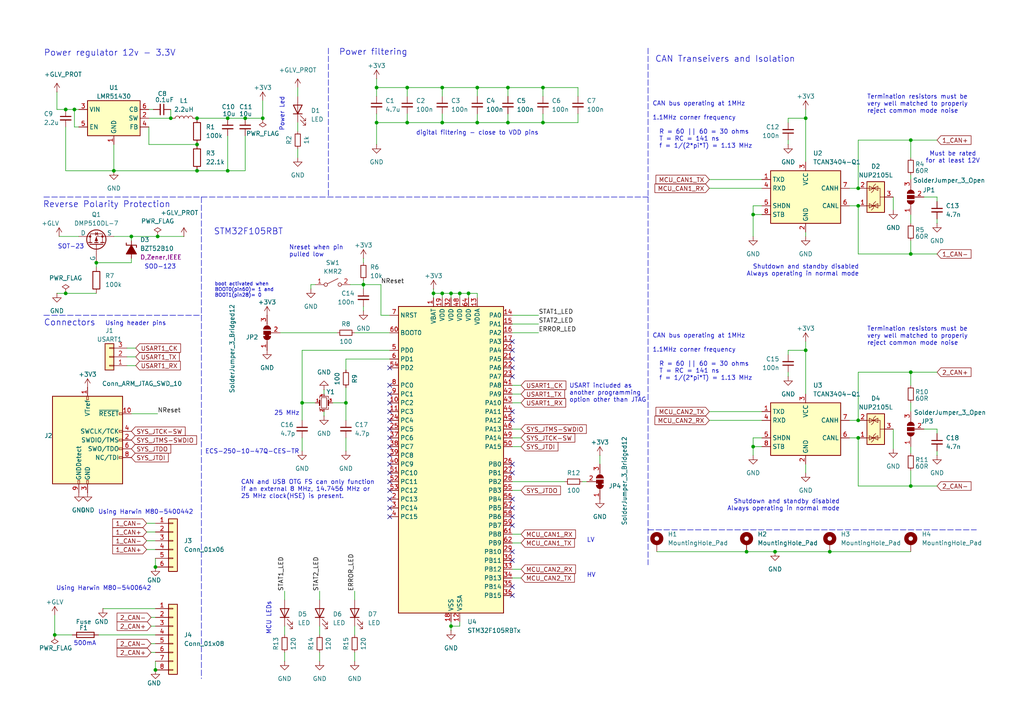
<source format=kicad_sch>
(kicad_sch (version 20250114) (generator "eeschema") (generator_version "9.0")
  (paper "A4")
  (title_block (title "CAN-Repeater") (date "2025-11-06") (rev "1.1.0") (company "SUFST") (comment 1 "STAG12") (comment 2 "Adam Eastman") (comment 3 "Ray Wang & Annabel Owen"))
  (text "Using header pins" (at 30.48 94.615 0) (effects (font (size 1.27 1.27)) (justify left bottom)))
  (text "Shutdown and standby disabled\nAlways operating in normal mode" (at 249.174 80.264 0) (effects (font (size 1.27 1.27)) (justify right bottom)))
  (text "MCU LEDs" (at 78.74 184.15 90) (effects (font (size 1.27 1.27)) (justify left bottom)))
  (text "SOT-23" (at 20.574 71.628 0) (effects (font (size 1.27 1.27))))
  (text "ECS-250-10-47Q-CES-TR" (at 73.152 131.064 0) (effects (font (size 1.27 1.27))))
  (text "Termination resistors must be \nvery well matched to properly \nreject common mode noise" (at 251.46 33.02 0) (effects (font (size 1.27 1.27)) (justify left bottom)))
  (text "boot activated when\nBOOT0(pin60)= 1 and \nBOOT1(pin28)= 0" (at 62.23 86.36 0) (effects (font (size 1.016 1.016)) (justify left bottom)))
  (text "Termination resistors must be \nvery well matched to properly \nreject common mode noise" (at 251.46 100.33 0) (effects (font (size 1.27 1.27)) (justify left bottom)))
  (text "CAN and USB OTG FS can only function \nif an external 8 MHz, 14.7456 MHz or\n25 MHz clock(HSE) is present." (at 69.85 144.78 0) (effects (font (size 1.27 1.27)) (justify left bottom)))
  (text "Using Harwin M80-5400442" (at 28.448 149.352 0) (effects (font (size 1.27 1.27)) (justify left bottom)))
  (text "Power Led" (at 82.55 38.1 90) (effects (font (size 1.27 1.27)) (justify left bottom)))
  (text "Power regulator 12v - 3.3V" (at 12.7 16.51 0) (effects (font (size 1.778 1.778)) (justify left bottom)))
  (text "Nreset when pin \npulled low" (at 83.82 74.676 0) (effects (font (size 1.27 1.27)) (justify left bottom)))
  (text "Shutdown and standby disabled\nAlways operating in normal mode" (at 243.586 148.336 0) (effects (font (size 1.27 1.27)) (justify right bottom)))
  (text "LV" (at 170.18 157.48 0) (effects (font (size 1.27 1.27)) (justify left bottom)))
  (text "HV" (at 170.18 167.64 0) (effects (font (size 1.27 1.27)) (justify left bottom)))
  (text "Reverse Polarity Protection" (at 12.446 60.452 0) (effects (font (size 1.778 1.778)) (justify left bottom)))
  (text "digital filtering - close to VDD pins" (at 120.65 39.37 0) (effects (font (size 1.27 1.27)) (justify left bottom)))
  (text "CAN bus operating at 1MHz\n\n1.1MHz corner frequency\n\n  R = 60 || 60 = 30 ohms\n  T = RC = 141 ns\n  f = 1/(2*pi*T) = 1.13 MHz\n" (at 189.23 110.49 0) (effects (font (size 1.27 1.27)) (justify left bottom)))
  (text "SOD-123" (at 46.482 77.47 0) (effects (font (size 1.27 1.27))))
  (text "CAN Transeivers and Isolation" (at 189.992 18.288 0) (effects (font (size 1.778 1.778)) (justify left bottom)))
  (text "500mA" (at 24.638 186.69 0) (effects (font (size 1.27 1.27))))
  (text "Connectors" (at 12.7 94.742 0) (effects (font (size 1.778 1.778)) (justify left bottom)))
  (text "STM32F105RBT" (at 61.976 68.326 0) (effects (font (size 1.778 1.778)) (justify left bottom)))
  (text "25 MHz" (at 79.502 120.65 0) (effects (font (size 1.27 1.27)) (justify left bottom)))
  (text "Using Harwin M80-5400642" (at 16.256 171.45 0) (effects (font (size 1.27 1.27)) (justify left bottom)))
  (text "Must be rated\nfor at least 12V" (at 276.352 45.72 0) (effects (font (size 1.27 1.27))))
  (text "CAN bus operating at 1MHz\n\n1.1MHz corner frequency\n\n  R = 60 || 60 = 30 ohms\n  T = RC = 141 ns\n  f = 1/(2*pi*T) = 1.13 MHz\n" (at 189.23 43.18 0) (effects (font (size 1.27 1.27)) (justify left bottom)))
  (text "USART included as \nanother programming\noption other than JTAG" (at 165.1 116.84 0) (effects (font (size 1.27 1.27)) (justify left bottom)))
  (text "Power filtering" (at 98.298 16.256 0) (effects (font (size 1.778 1.778)) (justify left bottom)))
  (junction (at 128.27 35.56))
  (junction (at 27.94 76.2))
  (junction (at 66.04 34.29))
  (junction (at 264.16 40.64))
  (junction (at 248.92 127))
  (junction (at 147.32 35.56))
  (junction (at 147.32 25.4))
  (junction (at 128.27 25.4))
  (junction (at 66.04 49.53))
  (junction (at 45.085 194.31))
  (junction (at 264.16 107.95))
  (junction (at 19.05 85.09))
  (junction (at 133.35 85.09))
  (junction (at 135.89 85.09))
  (junction (at 76.2 34.29))
  (junction (at 224.79 160.02))
  (junction (at 248.92 54.61))
  (junction (at 57.15 49.53))
  (junction (at 130.81 85.09))
  (junction (at 157.48 35.56))
  (junction (at 71.12 34.29))
  (junction (at 138.43 25.4))
  (junction (at 248.92 59.69))
  (junction (at 264.16 73.66))
  (junction (at 105.41 82.55))
  (junction (at 45.72 68.58))
  (junction (at 130.81 181.61))
  (junction (at 21.59 31.75))
  (junction (at 248.92 121.92))
  (junction (at 216.535 160.02))
  (junction (at 15.875 184.15))
  (junction (at 57.15 34.29))
  (junction (at 19.05 31.75))
  (junction (at 109.22 25.4))
  (junction (at 218.44 62.23))
  (junction (at 57.15 41.91))
  (junction (at 240.665 160.02))
  (junction (at 109.22 35.56))
  (junction (at 118.11 35.56))
  (junction (at 233.68 34.29))
  (junction (at 87.63 116.84))
  (junction (at 125.73 85.09))
  (junction (at 138.43 35.56))
  (junction (at 233.68 101.6))
  (junction (at 118.11 25.4))
  (junction (at 33.02 49.53))
  (junction (at 157.48 25.4))
  (junction (at 264.16 140.97))
  (junction (at 38.1 68.58))
  (junction (at 128.27 85.09))
  (junction (at 218.44 129.54))
  (junction (at 100.33 116.84))
  (junction (at 49.53 34.29))
  (junction (at 45.085 164.465))
  (no_connect (at 113.03 127))
  (no_connect (at 113.03 124.46))
  (no_connect (at 148.59 106.68))
  (no_connect (at 113.03 137.16))
  (no_connect (at 113.03 139.7))
  (no_connect (at 113.03 132.08))
  (no_connect (at 148.59 152.4))
  (no_connect (at 113.03 144.78))
  (no_connect (at 148.59 172.72))
  (no_connect (at 148.59 137.16))
  (no_connect (at 148.59 147.32))
  (no_connect (at 148.59 144.78))
  (no_connect (at 148.59 134.62))
  (no_connect (at 113.03 119.38))
  (no_connect (at 113.03 129.54))
  (no_connect (at 148.59 149.86))
  (no_connect (at 148.59 109.22))
  (no_connect (at 148.59 121.92))
  (no_connect (at 148.59 170.18))
  (no_connect (at 113.03 142.24))
  (no_connect (at 113.03 121.92))
  (no_connect (at 113.03 149.86))
  (no_connect (at 148.59 99.06))
  (no_connect (at 148.59 160.02))
  (no_connect (at 148.59 162.56))
  (no_connect (at 148.59 104.14))
  (no_connect (at 113.03 147.32))
  (no_connect (at 113.03 114.3))
  (no_connect (at 148.59 101.6))
  (no_connect (at 148.59 119.38))
  (no_connect (at 113.03 111.76))
  (no_connect (at 113.03 106.68))
  (no_connect (at 113.03 134.62))
  (no_connect (at 113.03 116.84))
  (wire (pts (xy 19.05 31.75) (xy 21.59 31.75)))
  (wire (pts (xy 147.32 25.4) (xy 147.32 27.94)))
  (wire (pts (xy 246.38 127) (xy 248.92 127)))
  (wire (pts (xy 87.63 116.84) (xy 91.44 116.84)))
  (wire (pts (xy 100.33 104.14) (xy 100.33 107.315)))
  (wire (pts (xy 86.36 25.4) (xy 86.36 27.94)))
  (wire (pts (xy 248.92 59.69) (xy 246.38 59.69)))
  (wire (pts (xy 93.98 119.38) (xy 93.98 120.65)))
  (wire (pts (xy 110.49 91.44) (xy 113.03 91.44)))
  (wire (pts (xy 128.27 85.09) (xy 130.81 85.09)))
  (wire (pts (xy 100.33 112.395) (xy 100.33 116.84)))
  (wire (pts (xy 109.22 35.56) (xy 109.22 41.91)))
  (wire (pts (xy 105.41 82.55) (xy 110.49 82.55)))
  (wire (pts (xy 167.64 35.56) (xy 157.48 35.56)))
  (wire (pts (xy 125.73 85.09) (xy 125.73 86.36)))
  (polyline (pts (xy 58.42 57.15) (xy 58.42 91.44)) (stroke (width 0) (type dash)))
  (wire (pts (xy 36.83 106.045) (xy 39.37 106.045)))
  (wire (pts (xy 233.68 34.29) (xy 233.68 46.99)))
  (wire (pts (xy 45.085 151.765) (xy 42.545 151.765)))
  (wire (pts (xy 205.74 52.07) (xy 220.98 52.07)))
  (wire (pts (xy 264.16 129.54) (xy 264.16 131.445)))
  (wire (pts (xy 105.41 88.9) (xy 105.41 90.17)))
  (wire (pts (xy 128.27 25.4) (xy 128.27 27.94)))
  (wire (pts (xy 87.63 101.6) (xy 113.03 101.6)))
  (wire (pts (xy 43.815 179.07) (xy 45.085 179.07)))
  (wire (pts (xy 82.55 171.45) (xy 82.55 173.99)))
  (wire (pts (xy 82.55 181.61) (xy 82.55 184.15)))
  (polyline (pts (xy 95.25 13.97) (xy 95.25 57.15)) (stroke (width 0) (type dash)))
  (wire (pts (xy 42.545 159.385) (xy 45.085 159.385)))
  (wire (pts (xy 82.55 189.23) (xy 82.55 191.77)))
  (wire (pts (xy 102.87 171.45) (xy 102.87 173.99)))
  (wire (pts (xy 135.89 85.09) (xy 135.89 86.36)))
  (wire (pts (xy 157.48 25.4) (xy 167.64 25.4)))
  (wire (pts (xy 96.52 116.84) (xy 100.33 116.84)))
  (wire (pts (xy 130.81 85.09) (xy 133.35 85.09)))
  (wire (pts (xy 205.74 54.61) (xy 220.98 54.61)))
  (wire (pts (xy 240.665 160.02) (xy 264.16 160.02)))
  (wire (pts (xy 264.16 50.8) (xy 264.16 52.07)))
  (wire (pts (xy 43.815 181.61) (xy 45.085 181.61)))
  (wire (pts (xy 133.35 180.34) (xy 133.35 181.61)))
  (wire (pts (xy 38.1 68.58) (xy 38.1 69.85)))
  (wire (pts (xy 267.97 124.46) (xy 271.78 124.46)))
  (wire (pts (xy 81.28 96.52) (xy 97.79 96.52)))
  (wire (pts (xy 105.41 82.55) (xy 105.41 83.82)))
  (wire (pts (xy 148.59 129.54) (xy 151.13 129.54)))
  (wire (pts (xy 91.44 82.55) (xy 90.17 82.55)))
  (wire (pts (xy 21.59 31.75) (xy 21.59 36.83)))
  (wire (pts (xy 233.68 134.62) (xy 233.68 137.16)))
  (wire (pts (xy 19.05 36.83) (xy 19.05 49.53)))
  (wire (pts (xy 220.98 59.69) (xy 218.44 59.69)))
  (wire (pts (xy 27.94 76.2) (xy 27.94 77.47)))
  (wire (pts (xy 15.875 178.435) (xy 15.875 184.15)))
  (polyline (pts (xy 12.7 57.15) (xy 187.96 57.15)) (stroke (width 0) (type dash)))
  (wire (pts (xy 43.18 41.91) (xy 43.18 36.83)))
  (wire (pts (xy 148.59 116.84) (xy 151.13 116.84)))
  (wire (pts (xy 100.33 127) (xy 100.33 130.81)))
  (wire (pts (xy 19.05 85.09) (xy 27.94 85.09)))
  (wire (pts (xy 218.44 59.69) (xy 218.44 62.23)))
  (wire (pts (xy 205.74 121.92) (xy 220.98 121.92)))
  (wire (pts (xy 42.545 156.845) (xy 45.085 156.845)))
  (wire (pts (xy 248.92 121.92) (xy 248.92 107.95)))
  (wire (pts (xy 248.92 59.69) (xy 248.92 73.66)))
  (wire (pts (xy 102.87 189.23) (xy 102.87 191.77)))
  (wire (pts (xy 130.81 181.61) (xy 133.35 181.61)))
  (wire (pts (xy 57.15 34.29) (xy 66.04 34.29)))
  (wire (pts (xy 138.43 35.56) (xy 128.27 35.56)))
  (wire (pts (xy 248.92 107.95) (xy 264.16 107.95)))
  (wire (pts (xy 138.43 86.36) (xy 138.43 85.09)))
  (wire (pts (xy 228.6 35.56) (xy 228.6 34.29)))
  (wire (pts (xy 246.38 121.92) (xy 248.92 121.92)))
  (wire (pts (xy 246.38 54.61) (xy 248.92 54.61)))
  (wire (pts (xy 147.32 35.56) (xy 138.43 35.56)))
  (wire (pts (xy 45.085 161.925) (xy 45.085 164.465)))
  (wire (pts (xy 218.44 129.54) (xy 220.98 129.54)))
  (wire (pts (xy 216.535 160.02) (xy 224.79 160.02)))
  (wire (pts (xy 128.27 33.02) (xy 128.27 35.56)))
  (wire (pts (xy 173.99 132.08) (xy 173.99 134.62)))
  (wire (pts (xy 118.11 25.4) (xy 118.11 27.94)))
  (wire (pts (xy 45.72 68.58) (xy 53.34 68.58)))
  (wire (pts (xy 264.16 69.85) (xy 264.16 73.66)))
  (wire (pts (xy 233.68 31.75) (xy 233.68 34.29)))
  (wire (pts (xy 233.68 101.6) (xy 233.68 114.3)))
  (wire (pts (xy 157.48 35.56) (xy 147.32 35.56)))
  (wire (pts (xy 110.49 91.44) (xy 110.49 82.55)))
  (wire (pts (xy 109.22 22.86) (xy 109.22 25.4)))
  (wire (pts (xy 264.16 40.64) (xy 271.78 40.64)))
  (polyline (pts (xy 187.96 153.67) (xy 283.21 153.67)) (stroke (width 0) (type dash)))
  (wire (pts (xy 45.085 191.77) (xy 45.085 194.31)))
  (wire (pts (xy 264.16 73.66) (xy 271.78 73.66)))
  (polyline (pts (xy 12.7 91.44) (xy 58.42 91.44)) (stroke (width 0) (type dash)))
  (wire (pts (xy 264.16 107.95) (xy 271.78 107.95)))
  (wire (pts (xy 133.35 85.09) (xy 135.89 85.09)))
  (wire (pts (xy 100.33 116.84) (xy 100.33 121.92)))
  (wire (pts (xy 138.43 25.4) (xy 138.43 27.94)))
  (wire (pts (xy 105.41 74.93) (xy 105.41 76.2)))
  (wire (pts (xy 130.81 181.61) (xy 130.81 182.88)))
  (wire (pts (xy 228.6 34.29) (xy 233.68 34.29)))
  (wire (pts (xy 125.73 83.82) (xy 125.73 85.09)))
  (wire (pts (xy 148.59 142.24) (xy 151.13 142.24)))
  (wire (pts (xy 45.72 120.015) (xy 38.1 120.015)))
  (wire (pts (xy 218.44 68.58) (xy 218.44 62.23)))
  (wire (pts (xy 43.18 31.75) (xy 44.45 31.75)))
  (wire (pts (xy 248.92 40.64) (xy 264.16 40.64)))
  (wire (pts (xy 86.36 43.18) (xy 86.36 45.72)))
  (wire (pts (xy 92.71 171.45) (xy 92.71 173.99)))
  (wire (pts (xy 264.16 140.97) (xy 271.78 140.97)))
  (wire (pts (xy 90.17 82.55) (xy 90.17 83.82)))
  (wire (pts (xy 267.97 57.15) (xy 271.78 57.15)))
  (wire (pts (xy 224.79 160.02) (xy 240.665 160.02)))
  (wire (pts (xy 100.33 104.14) (xy 113.03 104.14)))
  (wire (pts (xy 148.59 111.76) (xy 151.13 111.76)))
  (wire (pts (xy 133.35 85.09) (xy 133.35 86.36)))
  (wire (pts (xy 190.5 160.02) (xy 216.535 160.02)))
  (wire (pts (xy 248.92 127) (xy 248.92 140.97)))
  (wire (pts (xy 33.02 49.53) (xy 57.15 49.53)))
  (wire (pts (xy 36.83 100.965) (xy 39.37 100.965)))
  (wire (pts (xy 228.6 40.64) (xy 228.6 41.91)))
  (wire (pts (xy 205.74 119.38) (xy 220.98 119.38)))
  (wire (pts (xy 16.51 85.09) (xy 19.05 85.09)))
  (wire (pts (xy 167.64 33.02) (xy 167.64 35.56)))
  (wire (pts (xy 248.92 140.97) (xy 264.16 140.97)))
  (wire (pts (xy 92.71 181.61) (xy 92.71 184.15)))
  (wire (pts (xy 66.04 34.29) (xy 71.12 34.29)))
  (wire (pts (xy 264.16 116.84) (xy 264.16 119.38)))
  (wire (pts (xy 66.04 39.37) (xy 66.04 49.53)))
  (wire (pts (xy 233.68 99.06) (xy 233.68 101.6)))
  (wire (pts (xy 118.11 25.4) (xy 109.22 25.4)))
  (wire (pts (xy 92.71 189.23) (xy 92.71 191.77)))
  (wire (pts (xy 148.59 114.3) (xy 151.13 114.3)))
  (wire (pts (xy 109.22 33.02) (xy 109.22 35.56)))
  (wire (pts (xy 21.59 31.75) (xy 22.86 31.75)))
  (wire (pts (xy 148.59 127) (xy 151.13 127)))
  (wire (pts (xy 93.98 113.03) (xy 93.98 114.3)))
  (wire (pts (xy 228.6 107.95) (xy 228.6 109.22)))
  (wire (pts (xy 38.1 76.2) (xy 38.1 74.93)))
  (wire (pts (xy 148.59 93.98) (xy 156.21 93.98)))
  (wire (pts (xy 118.11 33.02) (xy 118.11 35.56)))
  (wire (pts (xy 36.83 103.505) (xy 39.37 103.505)))
  (wire (pts (xy 87.63 127) (xy 87.63 130.81)))
  (wire (pts (xy 66.04 49.53) (xy 71.12 49.53)))
  (wire (pts (xy 128.27 25.4) (xy 118.11 25.4)))
  (wire (pts (xy 148.59 124.46) (xy 151.13 124.46)))
  (wire (pts (xy 148.59 167.64) (xy 151.13 167.64)))
  (wire (pts (xy 16.51 26.67) (xy 16.51 31.75)))
  (polyline (pts (xy 187.96 57.15) (xy 187.96 163.83)) (stroke (width 0) (type dash)))
  (wire (pts (xy 264.16 62.23) (xy 264.16 64.77)))
  (wire (pts (xy 271.78 125.73) (xy 271.78 124.46)))
  (wire (pts (xy 135.89 85.09) (xy 138.43 85.09)))
  (wire (pts (xy 148.59 96.52) (xy 156.21 96.52)))
  (wire (pts (xy 130.81 85.09) (xy 130.81 86.36)))
  (wire (pts (xy 138.43 25.4) (xy 128.27 25.4)))
  (wire (pts (xy 259.08 124.46) (xy 259.08 130.175)))
  (wire (pts (xy 218.44 132.08) (xy 218.44 129.54)))
  (wire (pts (xy 87.63 101.6) (xy 87.63 116.84)))
  (wire (pts (xy 218.44 62.23) (xy 220.98 62.23)))
  (wire (pts (xy 228.6 101.6) (xy 233.68 101.6)))
  (wire (pts (xy 109.22 25.4) (xy 109.22 27.94)))
  (wire (pts (xy 130.81 180.34) (xy 130.81 181.61)))
  (wire (pts (xy 105.41 81.28) (xy 105.41 82.55)))
  (wire (pts (xy 19.05 49.53) (xy 33.02 49.53)))
  (wire (pts (xy 15.875 184.15) (xy 20.955 184.15)))
  (wire (pts (xy 17.145 68.58) (xy 22.86 68.58)))
  (wire (pts (xy 118.11 35.56) (xy 109.22 35.56)))
  (wire (pts (xy 33.02 49.53) (xy 33.02 41.91)))
  (wire (pts (xy 71.12 34.29) (xy 76.2 34.29)))
  (wire (pts (xy 29.845 176.53) (xy 45.085 176.53)))
  (wire (pts (xy 148.59 139.7) (xy 163.83 139.7)))
  (wire (pts (xy 228.6 102.87) (xy 228.6 101.6)))
  (wire (pts (xy 218.44 127) (xy 218.44 129.54)))
  (wire (pts (xy 233.68 67.31) (xy 233.68 68.58)))
  (wire (pts (xy 220.98 127) (xy 218.44 127)))
  (wire (pts (xy 101.6 82.55) (xy 105.41 82.55)))
  (wire (pts (xy 16.51 31.75) (xy 19.05 31.75)))
  (wire (pts (xy 148.59 165.1) (xy 151.13 165.1)))
  (polyline (pts (xy 58.42 91.44) (xy 58.42 196.85)) (stroke (width 0) (type dash)))
  (polyline (pts (xy 187.96 13.97) (xy 187.96 57.15)) (stroke (width 0) (type dash)))
  (wire (pts (xy 264.16 45.72) (xy 264.16 40.64)))
  (wire (pts (xy 128.27 85.09) (xy 128.27 86.36)))
  (wire (pts (xy 28.575 184.15) (xy 45.085 184.15)))
  (wire (pts (xy 38.1 68.58) (xy 45.72 68.58)))
  (wire (pts (xy 125.73 85.09) (xy 128.27 85.09)))
  (wire (pts (xy 147.32 25.4) (xy 138.43 25.4)))
  (wire (pts (xy 148.59 157.48) (xy 151.13 157.48)))
  (wire (pts (xy 248.92 73.66) (xy 264.16 73.66)))
  (wire (pts (xy 76.2 29.21) (xy 76.2 34.29)))
  (wire (pts (xy 57.15 41.91) (xy 43.18 41.91)))
  (wire (pts (xy 167.64 27.94) (xy 167.64 25.4)))
  (wire (pts (xy 27.94 76.2) (xy 38.1 76.2)))
  (wire (pts (xy 45.085 154.305) (xy 42.545 154.305)))
  (wire (pts (xy 49.53 34.29) (xy 49.53 31.75)))
  (wire (pts (xy 264.16 111.76) (xy 264.16 107.95)))
  (wire (pts (xy 102.87 96.52) (xy 113.03 96.52)))
  (wire (pts (xy 57.15 49.53) (xy 66.04 49.53)))
  (wire (pts (xy 86.36 35.56) (xy 86.36 38.1)))
  (wire (pts (xy 157.48 33.02) (xy 157.48 35.56)))
  (wire (pts (xy 157.48 25.4) (xy 147.32 25.4)))
  (wire (pts (xy 128.27 35.56) (xy 118.11 35.56)))
  (wire (pts (xy 271.78 58.42) (xy 271.78 57.15)))
  (wire (pts (xy 264.16 136.525) (xy 264.16 140.97)))
  (wire (pts (xy 43.18 34.29) (xy 49.53 34.29)))
  (wire (pts (xy 157.48 25.4) (xy 157.48 27.94)))
  (wire (pts (xy 148.59 91.44) (xy 156.21 91.44)))
  (wire (pts (xy 102.87 181.61) (xy 102.87 184.15)))
  (wire (pts (xy 148.59 154.94) (xy 151.13 154.94)))
  (wire (pts (xy 248.92 54.61) (xy 248.92 40.64)))
  (wire (pts (xy 147.32 33.02) (xy 147.32 35.56)))
  (wire (pts (xy 271.78 63.5) (xy 271.78 64.77)))
  (wire (pts (xy 259.08 57.15) (xy 259.08 60.96)))
  (wire (pts (xy 43.815 186.69) (xy 45.085 186.69)))
  (wire (pts (xy 71.12 39.37) (xy 71.12 49.53)))
  (wire (pts (xy 271.78 130.81) (xy 271.78 132.08)))
  (wire (pts (xy 22.86 36.83) (xy 21.59 36.83)))
  (wire (pts (xy 33.02 68.58) (xy 38.1 68.58)))
  (wire (pts (xy 87.63 116.84) (xy 87.63 121.92)))
  (wire (pts (xy 43.815 189.23) (xy 45.085 189.23)))
  (wire (pts (xy 168.91 139.7) (xy 170.18 139.7)))
  (wire (pts (xy 138.43 33.02) (xy 138.43 35.56)))
  (label "NReset" (at 110.49 82.55 0))
  (label "NReset" (at 45.72 120.015 0))
  (label "ERROR_LED" (at 156.21 96.52 0))
  (label "STAT1_LED" (at 156.21 91.44 0))
  (label "STAT2_LED" (at 156.21 93.98 0))
  (label "STAT1_LED" (at 82.55 171.45 90))
  (label "STAT2_LED" (at 92.71 171.45 90))
  (label "ERROR_LED" (at 102.87 171.45 90))
  (global_label "USART1_RX" (shape input) (at 151.13 116.84 0) (property "Intersheetrefs" "${INTERSHEET_REFS}" (effects (hide yes))))
  (global_label "SYS_JTDO" (shape input) (at 38.1 130.175 0) (property "Intersheetrefs" "${INTERSHEET_REFS}" (effects (hide yes))))
  (global_label "MCU_CAN2_RX" (shape input) (at 151.13 165.1 0) (property "Intersheetrefs" "${INTERSHEET_REFS}" (effects (hide yes))))
  (global_label "2_CAN-" (shape input) (at 43.815 179.07 180) (property "Intersheetrefs" "${INTERSHEET_REFS}" (effects (hide yes))))
  (global_label "1_CAN-" (shape input) (at 271.78 73.66 0) (property "Intersheetrefs" "${INTERSHEET_REFS}" (effects (hide yes))))
  (global_label "2_CAN+" (shape input) (at 43.815 181.61 180) (property "Intersheetrefs" "${INTERSHEET_REFS}" (effects (hide yes))))
  (global_label "2_CAN+" (shape input) (at 43.815 189.23 180) (property "Intersheetrefs" "${INTERSHEET_REFS}" (effects (hide yes))))
  (global_label "2_CAN-" (shape input) (at 271.78 140.97 0) (property "Intersheetrefs" "${INTERSHEET_REFS}" (effects (hide yes))))
  (global_label "MCU_CAN2_RX" (shape input) (at 205.74 121.92 180) (property "Intersheetrefs" "${INTERSHEET_REFS}" (effects (hide yes))))
  (global_label "SYS_JTCK-SW" (shape input) (at 38.1 125.095 0) (property "Intersheetrefs" "${INTERSHEET_REFS}" (effects (hide yes))))
  (global_label "MCU_CAN2_TX" (shape input) (at 205.74 119.38 180) (property "Intersheetrefs" "${INTERSHEET_REFS}" (effects (hide yes))))
  (global_label "1_CAN-" (shape input) (at 42.545 156.845 180) (property "Intersheetrefs" "${INTERSHEET_REFS}" (effects (hide yes))))
  (global_label "MCU_CAN1_RX" (shape input) (at 205.74 54.61 180) (property "Intersheetrefs" "${INTERSHEET_REFS}" (effects (hide yes))))
  (global_label "SYS_JTDO" (shape input) (at 151.13 142.24 0) (property "Intersheetrefs" "${INTERSHEET_REFS}" (effects (hide yes))))
  (global_label "SYS_JTMS-SWDIO" (shape input) (at 151.13 124.46 0) (property "Intersheetrefs" "${INTERSHEET_REFS}" (effects (hide yes))))
  (global_label "USART1_CK" (shape input) (at 151.13 111.76 0) (property "Intersheetrefs" "${INTERSHEET_REFS}" (effects (hide yes))))
  (global_label "1_CAN+" (shape input) (at 42.545 154.305 180) (property "Intersheetrefs" "${INTERSHEET_REFS}" (effects (hide yes))))
  (global_label "2_CAN+" (shape input) (at 271.78 107.95 0) (property "Intersheetrefs" "${INTERSHEET_REFS}" (effects (hide yes))))
  (global_label "2_CAN-" (shape input) (at 43.815 186.69 180) (property "Intersheetrefs" "${INTERSHEET_REFS}" (effects (hide yes))))
  (global_label "USART1_RX" (shape input) (at 39.37 106.045 0) (property "Intersheetrefs" "${INTERSHEET_REFS}" (effects (hide yes))))
  (global_label "1_CAN+" (shape input) (at 42.545 159.385 180) (property "Intersheetrefs" "${INTERSHEET_REFS}" (effects (hide yes))))
  (global_label "SYS_JTCK-SW" (shape input) (at 151.13 127 0) (property "Intersheetrefs" "${INTERSHEET_REFS}" (effects (hide yes))))
  (global_label "MCU_CAN1_TX" (shape input) (at 151.13 157.48 0) (property "Intersheetrefs" "${INTERSHEET_REFS}" (effects (hide yes))))
  (global_label "SYS_JTDI" (shape input) (at 38.1 132.715 0) (property "Intersheetrefs" "${INTERSHEET_REFS}" (effects (hide yes))))
  (global_label "SYS_JTMS-SWDIO" (shape input) (at 38.1 127.635 0) (property "Intersheetrefs" "${INTERSHEET_REFS}" (effects (hide yes))))
  (global_label "MCU_CAN2_TX" (shape input) (at 151.13 167.64 0) (property "Intersheetrefs" "${INTERSHEET_REFS}" (effects (hide yes))))
  (global_label "USART1_TX" (shape input) (at 39.37 103.505 0) (property "Intersheetrefs" "${INTERSHEET_REFS}" (effects (hide yes))))
  (global_label "USART1_TX" (shape input) (at 151.13 114.3 0) (property "Intersheetrefs" "${INTERSHEET_REFS}" (effects (hide yes))))
  (global_label "USART1_CK" (shape input) (at 39.37 100.965 0) (property "Intersheetrefs" "${INTERSHEET_REFS}" (effects (hide yes))))
  (global_label "SYS_JTDI" (shape input) (at 151.13 129.54 0) (property "Intersheetrefs" "${INTERSHEET_REFS}" (effects (hide yes))))
  (global_label "1_CAN-" (shape input) (at 42.545 151.765 180) (property "Intersheetrefs" "${INTERSHEET_REFS}" (effects (hide yes))))
  (global_label "MCU_CAN1_TX" (shape input) (at 205.74 52.07 180) (property "Intersheetrefs" "${INTERSHEET_REFS}" (effects (hide yes))))
  (global_label "1_CAN+" (shape input) (at 271.78 40.64 0) (property "Intersheetrefs" "${INTERSHEET_REFS}" (effects (hide yes))))
  (global_label "MCU_CAN1_RX" (shape input) (at 151.13 154.94 0) (property "Intersheetrefs" "${INTERSHEET_REFS}" (effects (hide yes))))
  (symbol (lib_id "Device:R_Small") (at 264.16 114.3 180) (unit 1)
    (property "Reference" "R10" (at 265.43 113.665 0) (effects (justify right)))
    (property "Value" "60R" (at 265.43 115.57 0) (effects (justify right)))
    (property "Footprint" "Resistor_SMD:R_0603_1608Metric_Pad0.98x0.95mm_HandSolder" (effects (hide yes)))
    (property "Datasheet" "https://www.mouser.co.uk/datasheet/2/427/dcrcwife3-1761849.pdf" (effects (hide yes)))
    (property "Optional" "True" (effects (hide yes)))
    (property "Supplier" "Mouser" (effects (hide yes)))
  )
  (symbol (lib_name "GND_1") (lib_id "power:GND") (at 173.99 144.78 0) (unit 1)
    (property "Reference" "#PWR037" (effects (hide yes)))
    (property "Value" "GND" (at 173.99 149.86 0))
    (property "Description" "Power symbol creates a global label with name \"GND\" , ground" (effects (hide yes)))
  )
  (symbol (lib_name "GND_1") (lib_id "power:GND") (at 87.63 130.81 0) (unit 1)
    (property "Reference" "#PWR029" (effects (hide yes)))
    (property "Value" "GND" (at 87.63 135.89 0))
    (property "Description" "Power symbol creates a global label with name \"GND\" , ground" (effects (hide yes)))
  )
  (symbol (lib_id "power:+3V3") (at 105.41 74.93 0) (unit 1)
    (property "Reference" "#PWR016" (effects (hide yes)))
    (property "Value" "+3V3" (at 105.41 71.12 0))
    (property "Description" "Power symbol creates a global label with name \"+3V3\"" (effects (hide yes)))
  )
  (symbol (lib_id "Device:R") (at 57.15 38.1 0) (unit 1)
    (property "Reference" "R1" (at 59.69 36.8299 0) (effects (justify left)))
    (property "Value" "100k" (at 59.69 39.3699 0) (effects (justify left)))
    (property "Footprint" "Resistor_SMD:R_0603_1608Metric_Pad0.98x0.95mm_HandSolder" (effects (hide yes)))
    (property "Description" "Resistor" (effects (hide yes)))
  )
  (symbol (lib_name "GND_1") (lib_id "power:GND") (at 77.47 101.6 0) (unit 1)
    (property "Reference" "#PWR023" (effects (hide yes)))
    (property "Value" "GND" (at 77.47 106.68 0))
    (property "Description" "Power symbol creates a global label with name \"GND\" , ground" (effects (hide yes)))
  )
  (symbol (lib_id "Mechanical:MountingHole_Pad") (at 240.665 157.48 0) (unit 1) (in_bom no)
    (property "Reference" "H3" (at 243.84 154.9399 0) (effects (justify left)))
    (property "Value" "MountingHole_Pad" (at 243.84 157.4799 0) (effects (justify left)))
    (property "Footprint" "MountingHole:MountingHole_2.2mm_M2_DIN965_Pad_TopBottom" (effects (hide yes)))
    (property "Description" "Mounting Hole with connection" (effects (hide yes)))
  )
  (symbol (lib_id "Jumper:SolderJumper_3_Open") (at 264.16 124.46 90) (unit 1) (in_bom no)
    (property "Reference" "JP3" (at 270.764 122.174 90) (effects (justify left)))
    (property "Value" "SolderJumper_3_Open" (at 286.004 119.634 90) (effects (justify left)))
    (property "Footprint" "Jumper:SolderJumper-3_P1.3mm_Open_RoundedPad1.0x1.5mm" (effects (hide yes)))
    (property "Description" "Solder Jumper, 3-pole, open" (effects (hide yes)))
  )
  (symbol (lib_id "Jumper:SolderJumper_3_Bridged12") (at 77.47 96.52 90) (unit 1) (in_bom no)
    (property "Reference" "JP2" (at 74.93 97.7901 90) (effects (justify left)))
    (property "Value" "SolderJumper_3_Bridged12" (at 67.31 114.046 0) (effects (justify left)))
    (property "Footprint" "Jumper:SolderJumper-3_P1.3mm_Bridged12_RoundedPad1.0x1.5mm" (effects (hide yes)))
    (property "Description" "3-pole Solder Jumper, pins 1+2 closed/bridged" (effects (hide yes)))
  )
  (symbol (lib_name "GND_1") (lib_id "power:GND") (at 25.4 142.875 0) (unit 1)
    (property "Reference" "#PWR036" (effects (hide yes)))
    (property "Value" "GND" (at 25.4 147.955 0))
    (property "Description" "Power symbol creates a global label with name \"GND\" , ground" (effects (hide yes)))
  )
  (symbol (lib_id "power:+12V") (at 17.145 68.58 0) (unit 1)
    (property "Reference" "#PWR012" (effects (hide yes)))
    (property "Value" "+GLV" (at 14.605 64.77 0))
  )
  (symbol (lib_name "GND_1") (lib_id "power:GND") (at 45.085 164.465 0) (unit 1)
    (property "Reference" "#PWR039" (effects (hide yes)))
    (property "Value" "GND" (at 46.736 168.275 0) (effects (justify right)))
    (property "Description" "Power symbol creates a global label with name \"GND\" , ground" (effects (hide yes)))
  )
  (symbol (lib_name "GND_1") (lib_id "power:GND") (at 86.36 45.72 0) (unit 1)
    (property "Reference" "#PWR08" (effects (hide yes)))
    (property "Value" "GND" (at 86.36 50.8 0))
    (property "Description" "Power symbol creates a global label with name \"GND\" , ground" (effects (hide yes)))
  )
  (symbol (lib_name "GND_1") (lib_id "power:GND") (at 90.17 83.82 0) (unit 1)
    (property "Reference" "#PWR017" (effects (hide yes)))
    (property "Value" "GND" (at 90.17 88.9 0))
    (property "Description" "Power symbol creates a global label with name \"GND\" , ground" (effects (hide yes)))
  )
  (symbol (lib_name "GND_1") (lib_id "power:GND") (at 218.44 68.58 0) (unit 1)
    (property "Reference" "#PWR014" (effects (hide yes)))
    (property "Value" "GND" (at 218.44 73.66 0))
    (property "Description" "Power symbol creates a global label with name \"GND\" , ground" (effects (hide yes)))
  )
  (symbol (lib_name "GND_1") (lib_id "power:GND") (at 130.81 182.88 0) (unit 1)
    (property "Reference" "#PWR042" (effects (hide yes)))
    (property "Value" "GND" (at 130.81 187.96 0))
    (property "Description" "Power symbol creates a global label with name \"GND\" , ground" (effects (hide yes)))
  )
  (symbol (lib_id "Switch:SW_SPST") (at 96.52 82.55 0) (unit 1)
    (property "Reference" "SW1" (at 96.52 76.2 0))
    (property "Value" "KMR2" (at 96.52 78.74 0))
    (property "Footprint" "Button_Switch_SMD:SW_Push_1P1T_NO_CK_KMR2" (effects (hide yes)))
    (property "Description" "Single Pole Single Throw (SPST) switch" (effects (hide yes)))
  )
  (symbol (lib_id "power:+3V3") (at 173.99 132.08 0) (unit 1)
    (property "Reference" "#PWR031" (effects (hide yes)))
    (property "Value" "+3V3" (at 173.99 128.27 0))
    (property "Description" "Power symbol creates a global label with name \"+3V3\"" (effects (hide yes)))
  )
  (symbol (lib_name "GND_1") (lib_id "power:GND") (at 271.78 132.08 0) (unit 1)
    (property "Reference" "#PWR033" (effects (hide yes)))
    (property "Value" "GND" (at 271.78 137.16 0))
    (property "Description" "Power symbol creates a global label with name \"GND\" , ground" (effects (hide yes)))
  )
  (symbol (lib_id "Device:LED") (at 82.55 177.8 90) (unit 1)
    (property "Reference" "D5" (at 86.36 178.1175 90) (effects (justify right)))
    (property "Value" "LED" (at 86.36 180.6575 90) (effects (justify right)))
    (property "Footprint" "LED_SMD:LED_0805_2012Metric_Pad1.15x1.40mm_HandSolder" (effects (hide yes)))
  )
  (symbol (lib_id "Device:C_Small") (at 105.41 86.36 0) (mirror y) (unit 1)
    (property "Reference" "C14" (at 102.87 85.09 0) (effects (justify left)))
    (property "Value" "100n" (at 102.87 87.6363 0) (effects (justify left)))
    (property "Footprint" "Capacitor_SMD:C_0603_1608Metric_Pad1.08x0.95mm_HandSolder" (effects (hide yes)))
  )
  (symbol (lib_id "Device:C_Small") (at 66.04 36.83 0) (unit 1)
    (property "Reference" "C10" (at 64.262 30.988 0) (effects (justify left)))
    (property "Value" "10u" (at 64.516 33.02 0) (effects (justify left)))
    (property "Footprint" "Capacitor_SMD:C_0805_2012Metric_Pad1.18x1.45mm_HandSolder" (effects (hide yes)))
  )
  (symbol (lib_id "Regulator_Switching:LMR51430") (at 33.02 34.29 0) (unit 1)
    (property "Reference" "U1" (at 33.02 25.4 0))
    (property "Value" "LMR51430" (at 33.02 27.94 0))
    (property "Footprint" "Package_TO_SOT_SMD:SOT-23-6" (effects (hide yes)))
    (property "Datasheet" "https://www.ti.com/lit/ds/symlink/lmr51430.pdf" (effects (hide yes)))
    (property "Description" "4.5-V to 36-V, 3-A synchronous buck converter with 40-µA IQ, SOT-23-6" (effects (hide yes)))
  )
  (symbol (lib_id "Device:C_Small") (at 157.48 30.48 0) (unit 1)
    (property "Reference" "C6" (at 160.02 29.2163 0) (effects (justify left)))
    (property "Value" "100n" (at 160.02 31.7563 0) (effects (justify left)))
    (property "Footprint" "Capacitor_SMD:C_0603_1608Metric_Pad1.08x0.95mm_HandSolder" (effects (hide yes)))
  )
  (symbol (lib_id "Device:R_Small") (at 92.71 186.69 180) (unit 1)
    (property "Reference" "R14" (at 90.17 186.69 90))
    (property "Value" "120" (at 95.25 186.69 90))
    (property "Footprint" "Resistor_SMD:R_0603_1608Metric_Pad0.98x0.95mm_HandSolder" (effects (hide yes)))
  )
  (symbol (lib_id "power:+3V3") (at 25.4 112.395 0) (unit 1)
    (property "Reference" "#PWR025" (effects (hide yes)))
    (property "Value" "+3V3" (at 25.4 108.585 0))
    (property "Description" "Power symbol creates a global label with name \"+3V3\"" (effects (hide yes)))
  )
  (symbol (lib_name "GND_1") (lib_id "power:GND") (at 105.41 90.17 0) (unit 1)
    (property "Reference" "#PWR020" (effects (hide yes)))
    (property "Value" "GND" (at 105.41 95.25 0))
    (property "Description" "Power symbol creates a global label with name \"GND\" , ground" (effects (hide yes)))
  )
  (symbol (lib_id "Device:C_Small") (at 100.33 124.46 0) (unit 1)
    (property "Reference" "C17" (at 102.87 123.1963 0) (effects (justify left)))
    (property "Value" "4.7p" (at 102.87 125.73 0) (effects (justify left)))
    (property "Footprint" "Capacitor_SMD:C_0603_1608Metric_Pad1.08x0.95mm_HandSolder" (effects (hide yes)))
  )
  (symbol (lib_id "power:PWR_FLAG") (at 15.875 184.15 180) (unit 1)
    (property "Reference" "#FLG04" (effects (hide yes)))
    (property "Value" "PWR_FLAG" (at 16.129 187.96 0))
  )
  (symbol (lib_name "GND_1") (lib_id "power:GND") (at 93.98 120.65 0) (unit 1)
    (property "Reference" "#PWR027" (effects (hide yes)))
    (property "Value" "GND" (at 93.98 125.73 0))
    (property "Description" "Power symbol creates a global label with name \"GND\" , ground" (effects (hide yes)))
  )
  (symbol (lib_name "GND_1") (lib_id "power:GND") (at 109.22 41.91 0) (unit 1)
    (property "Reference" "#PWR06" (effects (hide yes)))
    (property "Value" "GND" (at 109.22 46.99 0))
    (property "Description" "Power symbol creates a global label with name \"GND\" , ground" (effects (hide yes)))
  )
  (symbol (lib_id "Device:R_Small") (at 264.16 48.26 180) (unit 1)
    (property "Reference" "R4" (at 265.43 47.625 0) (effects (justify right)))
    (property "Value" "60R" (at 265.43 49.53 0) (effects (justify right)))
    (property "Footprint" "Resistor_SMD:R_0603_1608Metric_Pad0.98x0.95mm_HandSolder" (effects (hide yes)))
    (property "Datasheet" "https://www.mouser.co.uk/datasheet/2/427/dcrcwife3-1761849.pdf" (effects (hide yes)))
    (property "Optional" "True" (effects (hide yes)))
    (property "Supplier" "Mouser" (effects (hide yes)))
  )
  (symbol (lib_name "GND_1") (lib_id "power:GND") (at 271.78 64.77 0) (unit 1)
    (property "Reference" "#PWR011" (effects (hide yes)))
    (property "Value" "GND" (at 271.78 69.85 0))
    (property "Description" "Power symbol creates a global label with name \"GND\" , ground" (effects (hide yes)))
  )
  (symbol (lib_id "Device:R_Small") (at 264.16 133.985 180) (unit 1)
    (property "Reference" "R11" (at 265.43 133.35 0) (effects (justify right)))
    (property "Value" "60R" (at 265.43 135.255 0) (effects (justify right)))
    (property "Footprint" "Resistor_SMD:R_0603_1608Metric_Pad0.98x0.95mm_HandSolder" (effects (hide yes)))
    (property "Datasheet" "https://www.mouser.co.uk/datasheet/2/427/dcrcwife3-1761849.pdf" (effects (hide yes)))
    (property "Optional" "True" (effects (hide yes)))
    (property "Supplier" "Mouser" (effects (hide yes)))
  )
  (symbol (lib_name "GND_1") (lib_id "power:GND") (at 93.98 113.03 180) (unit 1)
    (property "Reference" "#PWR026" (effects (hide yes)))
    (property "Value" "GND" (at 93.98 107.95 0))
    (property "Description" "Power symbol creates a global label with name \"GND\" , ground" (effects (hide yes)))
  )
  (symbol (lib_id "Device:R_Small") (at 86.36 40.64 180) (unit 1)
    (property "Reference" "R2" (at 83.82 40.64 90))
    (property "Value" "1k" (at 88.9 40.64 90))
    (property "Footprint" "Resistor_SMD:R_0603_1608Metric_Pad0.98x0.95mm_HandSolder" (effects (hide yes)))
  )
  (symbol (lib_name "GND_1") (lib_id "power:GND") (at 233.68 137.16 0) (unit 1)
    (property "Reference" "#PWR034" (effects (hide yes)))
    (property "Value" "GND" (at 233.68 142.24 0))
    (property "Description" "Power symbol creates a global label with name \"GND\" , ground" (effects (hide yes)))
  )
  (symbol (lib_id "MCU_ST_STM32F1:STM32F105RBTx") (at 130.81 134.62 0) (unit 1)
    (property "Reference" "U4" (at 135.5441 180.34 0) (effects (justify left)))
    (property "Value" "STM32F105RBTx" (at 135.5441 182.88 0) (effects (justify left)))
    (property "Footprint" "Package_QFP:LQFP-64_10x10mm_P0.5mm" (effects (hide yes)))
    (property "Datasheet" "https://www.st.com/resource/en/datasheet/stm32f105rb.pdf" (effects (hide yes)))
    (property "Order Code" "511-STM32F105RBT6TR" (effects (hide yes)))
  )
  (symbol (lib_id "Device:LED") (at 92.71 177.8 90) (unit 1)
    (property "Reference" "D6" (at 96.52 178.1175 90) (effects (justify right)))
    (property "Value" "LED" (at 96.52 180.6575 90) (effects (justify right)))
    (property "Footprint" "LED_SMD:LED_0805_2012Metric_Pad1.15x1.40mm_HandSolder" (effects (hide yes)))
  )
  (symbol (lib_name "GND_1") (lib_id "power:GND") (at 228.6 109.22 0) (unit 1)
    (property "Reference" "#PWR024" (effects (hide yes)))
    (property "Value" "GND" (at 228.6 114.3 0))
    (property "Description" "Power symbol creates a global label with name \"GND\" , ground" (effects (hide yes)))
  )
  (symbol (lib_name "GND_1") (lib_id "power:GND") (at 33.02 49.53 0) (unit 1)
    (property "Reference" "#PWR09" (effects (hide yes)))
    (property "Value" "GND" (at 33.02 54.61 0))
    (property "Description" "Power symbol creates a global label with name \"GND\" , ground" (effects (hide yes)))
  )
  (symbol (lib_id "power:+3V3") (at 233.68 99.06 0) (unit 1)
    (property "Reference" "#PWR022" (effects (hide yes)))
    (property "Value" "+3V3" (at 233.68 95.25 0))
    (property "Description" "Power symbol creates a global label with name \"+3V3\"" (effects (hide yes)))
  )
  (symbol (lib_id "Device:C_Small") (at 138.43 30.48 0) (unit 1)
    (property "Reference" "C4" (at 140.97 29.2163 0) (effects (justify left)))
    (property "Value" "100n" (at 140.97 31.7563 0) (effects (justify left)))
    (property "Footprint" "Capacitor_SMD:C_0603_1608Metric_Pad1.08x0.95mm_HandSolder" (effects (hide yes)))
  )
  (symbol (lib_id "Device:C_Small") (at 147.32 30.48 0) (unit 1)
    (property "Reference" "C5" (at 149.86 29.2163 0) (effects (justify left)))
    (property "Value" "100n" (at 149.86 31.7563 0) (effects (justify left)))
    (property "Footprint" "Capacitor_SMD:C_0603_1608Metric_Pad1.08x0.95mm_HandSolder" (effects (hide yes)))
  )
  (symbol (lib_id "power:PWR_FLAG") (at 19.05 85.09 0) (unit 1)
    (property "Reference" "#FLG03" (effects (hide yes)))
    (property "Value" "PWR_FLAG" (at 19.05 80.645 0))
  )
  (symbol (lib_name "GND_1") (lib_id "power:GND") (at 218.44 132.08 0) (unit 1)
    (property "Reference" "#PWR032" (effects (hide yes)))
    (property "Value" "GND" (at 218.44 137.16 0))
    (property "Description" "Power symbol creates a global label with name \"GND\" , ground" (effects (hide yes)))
  )
  (symbol (lib_name "+12V_1") (lib_id "power:+12V") (at 16.51 26.67 0) (unit 1)
    (property "Reference" "#PWR03" (effects (hide yes)))
    (property "Value" "+GLV_PROT" (at 18.288 21.59 0))
    (property "Description" "Power symbol creates a global label with name \"+12V\"" (effects (hide yes)))
  )
  (symbol (lib_id "Device:C_Small") (at 71.12 36.83 0) (unit 1)
    (property "Reference" "C11" (at 69.342 30.988 0) (effects (justify left)))
    (property "Value" "10u" (at 69.342 33.02 0) (effects (justify left)))
    (property "Footprint" "Capacitor_SMD:C_0805_2012Metric_Pad1.18x1.45mm_HandSolder" (effects (hide yes)))
  )
  (symbol (lib_id "PCM_Generic-50:D,Zener,IEEE") (at 38.1 72.39 180) (unit 1)
    (property "Reference" "D3" (at 40.64 69.5324 0) (effects (justify right)))
    (property "Value" "BZT52B10" (at 40.64 72.0724 0) (effects (justify right)))
    (property "Footprint" "Diode_SMD:D_SOD-123" (effects (hide yes)))
    (property "Description" "Zener/avalanche diode; unidirectional breakdown diode; voltage regulator diode (IEEE filled)" (effects (hide yes)))
    (property "Sim.Pins" "2=1 1=2" (effects (hide yes)))
    (property "Sim.Params" "D,Zener,IEEE" (at 40.64 74.6124 0) (effects (justify right)))
    (property "Sim.Device" "SPICE" (effects (hide yes)))
  )
  (symbol (lib_id "Mechanical:MountingHole_Pad") (at 264.16 157.48 0) (unit 1) (in_bom no)
    (property "Reference" "H4" (at 267.335 154.9399 0) (effects (justify left)))
    (property "Value" "MountingHole_Pad" (at 267.335 157.4799 0) (effects (justify left)))
    (property "Footprint" "MountingHole:MountingHole_2.2mm_M2_DIN965_Pad_TopBottom" (effects (hide yes)))
    (property "Description" "Mounting Hole with connection" (effects (hide yes)))
  )
  (symbol (lib_id "Connector_Generic:Conn_01x03") (at 31.75 103.505 180) (unit 1)
    (property "Reference" "J1" (at 31.75 95.885 0))
    (property "Value" "USART1" (at 31.75 98.425 0))
    (property "Footprint" "Connector_PinHeader_2.54mm:PinHeader_1x03_P2.54mm_Vertical" (effects (hide yes)))
  )
  (symbol (lib_name "GND_1") (lib_id "power:GND") (at 259.08 60.96 0) (unit 1)
    (property "Reference" "#PWR010" (effects (hide yes)))
    (property "Value" "GND" (at 259.08 66.04 0))
    (property "Description" "Power symbol creates a global label with name \"GND\" , ground" (effects (hide yes)))
  )
  (symbol (lib_id "Mechanical:MountingHole_Pad") (at 190.5 157.48 0) (unit 1) (in_bom no)
    (property "Reference" "H1" (at 193.675 154.9399 0) (effects (justify left)))
    (property "Value" "MountingHole_Pad" (at 193.675 157.4799 0) (effects (justify left)))
    (property "Footprint" "MountingHole:MountingHole_2.2mm_M2_DIN965_Pad_TopBottom" (effects (hide yes)))
    (property "Description" "Mounting Hole with connection" (effects (hide yes)))
  )
  (symbol (lib_name "GND_1") (lib_id "power:GND") (at 16.51 85.09 0) (unit 1)
    (property "Reference" "#PWR019" (effects (hide yes)))
    (property "Value" "GND" (at 16.51 90.17 0))
    (property "Description" "Power symbol creates a global label with name \"GND\" , ground" (effects (hide yes)))
  )
  (symbol (lib_id "power:+12V") (at 15.875 178.435 0) (unit 1)
    (property "Reference" "#PWR041" (effects (hide yes)))
    (property "Value" "+GLV" (at 15.875 174.625 0))
  )
  (symbol (lib_id "Device:R") (at 57.15 45.72 0) (unit 1)
    (property "Reference" "R3" (at 59.69 44.4499 0) (effects (justify left)))
    (property "Value" "22.1k" (at 59.69 46.9899 0) (effects (justify left)))
    (property "Footprint" "Resistor_SMD:R_0603_1608Metric_Pad0.98x0.95mm_HandSolder" (effects (hide yes)))
    (property "Description" "Resistor" (effects (hide yes)))
  )
  (symbol (lib_name "+12V_1") (lib_id "power:+12V") (at 53.34 68.58 0) (unit 1)
    (property "Reference" "#PWR013" (effects (hide yes)))
    (property "Value" "+GLV_PROT" (at 52.07 61.722 0))
    (property "Description" "Power symbol creates a global label with name \"+12V\"" (effects (hide yes)))
  )
  (symbol (lib_id "Device:R") (at 27.94 81.28 0) (unit 1)
    (property "Reference" "R7" (at 30.48 80.0099 0) (effects (justify left)))
    (property "Value" "100k" (at 30.48 82.5499 0) (effects (justify left)))
    (property "Footprint" "Resistor_SMD:R_0603_1608Metric_Pad0.98x0.95mm_HandSolder" (effects (hide yes)))
    (property "Description" "Resistor" (effects (hide yes)))
  )
  (symbol (lib_id "SUFST:TCAN34004-Q1") (at 233.68 57.15 0) (unit 1)
    (property "Reference" "U2" (at 235.8233 44.45 0) (effects (justify left)))
    (property "Value" "TCAN3404-Q1" (at 235.8233 46.99 0) (effects (justify left)))
    (property "Footprint" "Package_TO_SOT_SMD:SOT-23-8_Handsoldering" (effects (hide yes)))
    (property "Datasheet" "https://www.ti.com/lit/ds/symlink/tcan3404-q1.pdf?ts=1762412095981&ref_url=https%253A%252F%252Fwww.mouser.de%252F" (effects (hide yes)))
    (property "Description" "CAN Tranceiver 58V Tolerant" (effects (hide yes)))
  )
  (symbol (lib_id "Device:C_Small") (at 228.6 105.41 0) (mirror x) (unit 1)
    (property "Reference" "C15" (at 226.06 104.1335 0) (effects (justify right)))
    (property "Value" "100n" (at 226.06 106.6735 0) (effects (justify right)))
    (property "Footprint" "Capacitor_SMD:C_0603_1608Metric_Pad1.08x0.95mm_HandSolder" (effects (hide yes)))
    (property "Datasheet" "https://www.mouser.co.uk/datasheet/2/212/KEM_C1002_X7R_SMD-1102033.pdf" (effects (hide yes)))
    (property "Optional" "False" (effects (hide yes)))
    (property "Order Code" "80-C0805C104K5RACLR" (effects (hide yes)))
    (property "Supplier" "Mouser" (effects (hide yes)))
  )
  (symbol (lib_id "Device:LED") (at 102.87 177.8 90) (unit 1)
    (property "Reference" "D7" (at 106.68 178.1175 90) (effects (justify right)))
    (property "Value" "LED" (at 106.68 180.6575 90) (effects (justify right)))
    (property "Footprint" "LED_SMD:LED_0805_2012Metric_Pad1.15x1.40mm_HandSolder" (effects (hide yes)))
  )
  (symbol (lib_id "Device:R_Small") (at 166.37 139.7 90) (unit 1)
    (property "Reference" "R12" (at 166.37 137.16 90))
    (property "Value" "100" (at 166.37 142.24 90))
    (property "Footprint" "Resistor_SMD:R_0603_1608Metric_Pad0.98x0.95mm_HandSolder" (effects (hide yes)))
  )
  (symbol (lib_id "SUFST:TCAN34004-Q1") (at 233.68 124.46 0) (unit 1)
    (property "Reference" "U3" (at 235.8233 111.76 0) (effects (justify left)))
    (property "Value" "TCAN3404-Q1" (at 235.8233 114.3 0) (effects (justify left)))
    (property "Footprint" "Package_TO_SOT_SMD:SOT-23-8_Handsoldering" (effects (hide yes)))
    (property "Datasheet" "https://www.ti.com/lit/ds/symlink/tcan3404-q1.pdf?ts=1762412095981&ref_url=https%253A%252F%252Fwww.mouser.de%252F" (effects (hide yes)))
    (property "Description" "CAN Tranceiver 58V Tolerant" (effects (hide yes)))
  )
  (symbol (lib_id "Simulation_SPICE:PMOS") (at 27.94 71.12 90) (unit 1)
    (property "Reference" "Q1" (at 27.94 62.23 90))
    (property "Value" "DMP510DL-7" (at 27.94 64.77 90))
    (property "Footprint" "Package_TO_SOT_SMD:SOT-23" (effects (hide yes)))
    (property "Datasheet" "https://ngspice.sourceforge.io/docs/ngspice-html-manual/manual.xhtml#cha_MOSFETs" (effects (hide yes)))
    (property "Description" "P-MOSFET transistor, drain/source/gate" (effects (hide yes)))
    (property "Sim.Device" "PMOS" (effects (hide yes)))
    (property "Sim.Type" "VDMOS" (effects (hide yes)))
    (property "Sim.Pins" "1=D 2=G 3=S" (effects (hide yes)))
  )
  (symbol (lib_id "Device:R_Small") (at 264.16 67.31 180) (unit 1)
    (property "Reference" "R5" (at 265.43 66.675 0) (effects (justify right)))
    (property "Value" "60R" (at 265.43 68.58 0) (effects (justify right)))
    (property "Footprint" "Resistor_SMD:R_0603_1608Metric_Pad0.98x0.95mm_HandSolder" (effects (hide yes)))
    (property "Datasheet" "https://www.mouser.co.uk/datasheet/2/427/dcrcwife3-1761849.pdf" (effects (hide yes)))
    (property "Optional" "True" (effects (hide yes)))
    (property "Supplier" "Mouser" (effects (hide yes)))
  )
  (symbol (lib_id "Connector_Generic:Conn_01x08") (at 50.165 184.15 0) (unit 1)
    (property "Reference" "J4" (at 53.34 184.1499 0) (effects (justify left)))
    (property "Value" "Conn_01x08" (at 53.34 186.6899 0) (effects (justify left)))
    (property "Footprint" "SUFST:M80-5400642" (effects (hide yes)))
    (property "Description" "Generic connector, single row, 01x08, script generated (kicad-library-utils/schlib/autogen/connector/)" (effects (hide yes)))
  )
  (symbol (lib_name "GND_1") (lib_id "power:GND") (at 228.6 41.91 0) (unit 1)
    (property "Reference" "#PWR07" (effects (hide yes)))
    (property "Value" "GND" (at 228.6 46.99 0))
    (property "Description" "Power symbol creates a global label with name \"GND\" , ground" (effects (hide yes)))
  )
  (symbol (lib_id "Device:R_Small") (at 105.41 78.74 180) (unit 1)
    (property "Reference" "R6" (at 107.315 77.47 0) (effects (justify right)))
    (property "Value" "10k" (at 107.315 80.01 0) (effects (justify right)))
    (property "Footprint" "Resistor_SMD:R_0603_1608Metric_Pad0.98x0.95mm_HandSolder" (effects (hide yes)))
  )
  (symbol (lib_id "Device:C_Small") (at 228.6 38.1 0) (mirror x) (unit 1)
    (property "Reference" "C12" (at 226.06 36.8235 0) (effects (justify right)))
    (property "Value" "100n" (at 226.06 39.3635 0) (effects (justify right)))
    (property "Footprint" "Capacitor_SMD:C_0603_1608Metric_Pad1.08x0.95mm_HandSolder" (effects (hide yes)))
    (property "Datasheet" "https://www.mouser.co.uk/datasheet/2/212/KEM_C1002_X7R_SMD-1102033.pdf" (effects (hide yes)))
    (property "Optional" "False" (effects (hide yes)))
    (property "Order Code" "80-C0805C104K5RACLR" (effects (hide yes)))
    (property "Supplier" "Mouser" (effects (hide yes)))
  )
  (symbol (lib_id "Device:C_Small") (at 109.22 30.48 0) (unit 1)
    (property "Reference" "C1" (at 111.76 29.2163 0) (effects (justify left)))
    (property "Value" "4.7u" (at 111.76 31.7563 0) (effects (justify left)))
    (property "Footprint" "Capacitor_SMD:C_0805_2012Metric_Pad1.18x1.45mm_HandSolder" (effects (hide yes)))
  )
  (symbol (lib_id "Device:C_Small") (at 19.05 34.29 0) (unit 1)
    (property "Reference" "C9" (at 12.7 33.02 0) (effects (justify left)))
    (property "Value" "2.2u" (at 12.7 35.56 0) (effects (justify left)))
    (property "Footprint" "Capacitor_SMD:C_0603_1608Metric_Pad1.08x0.95mm_HandSolder" (effects (hide yes)))
  )
  (symbol (lib_id "Device:R_Small") (at 82.55 186.69 180) (unit 1)
    (property "Reference" "R13" (at 80.01 186.69 90))
    (property "Value" "120" (at 85.09 186.69 90))
    (property "Footprint" "Resistor_SMD:R_0603_1608Metric_Pad0.98x0.95mm_HandSolder" (effects (hide yes)))
  )
  (symbol (lib_id "Jumper:SolderJumper_3_Bridged12") (at 173.99 139.7 270) (mirror x) (unit 1) (in_bom no)
    (property "Reference" "JP4" (at 176.53 140.9701 90) (effects (justify left)))
    (property "Value" "SolderJumper_3_Bridged12" (at 181.102 152.4 0) (effects (justify left)))
    (property "Footprint" "Jumper:SolderJumper-3_P1.3mm_Bridged12_RoundedPad1.0x1.5mm" (effects (hide yes)))
    (property "Description" "3-pole Solder Jumper, pins 1+2 closed/bridged" (effects (hide yes)))
  )
  (symbol (lib_id "Mechanical:MountingHole_Pad") (at 216.535 157.48 0) (unit 1) (in_bom no)
    (property "Reference" "H2" (at 219.71 154.9399 0) (effects (justify left)))
    (property "Value" "MountingHole_Pad" (at 219.71 157.4799 0) (effects (justify left)))
    (property "Footprint" "MountingHole:MountingHole_2.2mm_M2_DIN965_Pad_TopBottom" (effects (hide yes)))
    (property "Description" "Mounting Hole with connection" (effects (hide yes)))
  )
  (symbol (lib_id "Device:R_Small") (at 100.33 109.855 0) (unit 1)
    (property "Reference" "R9" (at 102.87 109.855 90))
    (property "Value" "100" (at 97.79 109.855 90))
    (property "Footprint" "Resistor_SMD:R_0603_1608Metric_Pad0.98x0.95mm_HandSolder" (effects (hide yes)))
  )
  (symbol (lib_id "Connector:Conn_ARM_JTAG_SWD_10") (at 25.4 127.635 0) (unit 1)
    (property "Reference" "J2" (at 15.24 126.3649 0) (effects (justify right)))
    (property "Value" "Conn_ARM_JTAG_SWD_10" (at 52.832 111.252 0) (effects (justify right)))
    (property "Footprint" "SUFST:SHF10501LDSMLC" (effects (hide yes)))
    (property "Datasheet" "http://infocenter.arm.com/help/topic/com.arm.doc.ddi0314h/DDI0314H_coresight_components_trm.pdf" (effects (hide yes)))
    (property "Description" "Cortex Debug Connector, standard ARM Cortex-M SWD and JTAG interface" (effects (hide yes)))
  )
  (symbol (lib_id "power:+3V3") (at 233.68 31.75 0) (unit 1)
    (property "Reference" "#PWR05" (effects (hide yes)))
    (property "Value" "+3V3" (at 233.68 27.94 0))
    (property "Description" "Power symbol creates a global label with name \"+3V3\"" (effects (hide yes)))
  )
  (symbol (lib_id "power:+3V3") (at 76.2 29.21 0) (unit 1)
    (property "Reference" "#PWR04" (effects (hide yes)))
    (property "Value" "+3V3" (at 76.2 25.4 0))
    (property "Description" "Power symbol creates a global label with name \"+3V3\"" (effects (hide yes)))
  )
  (symbol (lib_name "GND_1") (lib_id "power:GND") (at 29.845 176.53 0) (unit 1)
    (property "Reference" "#PWR040" (effects (hide yes)))
    (property "Value" "GND" (at 31.496 180.34 0) (effects (justify right)))
    (property "Description" "Power symbol creates a global label with name \"GND\" , ground" (effects (hide yes)))
  )
  (symbol (lib_id "power:+3V3") (at 77.47 91.44 0) (unit 1)
    (property "Reference" "#PWR021" (effects (hide yes)))
    (property "Value" "+3V3" (at 77.47 87.63 0))
    (property "Description" "Power symbol creates a global label with name \"+3V3\"" (effects (hide yes)))
  )
  (symbol (lib_name "GND_1") (lib_id "power:GND") (at 102.87 191.77 0) (unit 1)
    (property "Reference" "#PWR045" (effects (hide yes)))
    (property "Value" "GND" (at 102.87 196.85 0))
    (property "Description" "Power symbol creates a global label with name \"GND\" , ground" (effects (hide yes)))
  )
  (symbol (lib_id "power:+3V3") (at 125.73 83.82 0) (unit 1)
    (property "Reference" "#PWR018" (effects (hide yes)))
    (property "Value" "+3V3" (at 125.73 80.01 0))
    (property "Description" "Power symbol creates a global label with name \"+3V3\"" (effects (hide yes)))
  )
  (symbol (lib_id "Device:C_Small") (at 271.78 128.27 0) (unit 1)
    (property "Reference" "C18" (at 274.32 127.0062 0) (effects (justify left)))
    (property "Value" "4.7n" (at 274.32 129.5462 0) (effects (justify left)))
    (property "Footprint" "Capacitor_SMD:C_0603_1608Metric_Pad1.08x0.95mm_HandSolder" (effects (hide yes)))
    (property "Datasheet" "https://www.mouser.co.uk/datasheet/2/212/1/KEM_C1076_X7R_HV_AUTO_SMD-1093301.pdf" (effects (hide yes)))
    (property "Optional" "True" (effects (hide yes)))
    (property "Order Code" "80-C0805C472KBRAUTO" (effects (hide yes)))
    (property "Supplier" "Mouser" (effects (hide yes)))
  )
  (symbol (lib_name "GND_1") (lib_id "power:GND") (at 100.33 130.81 0) (unit 1)
    (property "Reference" "#PWR030" (effects (hide yes)))
    (property "Value" "GND" (at 100.33 135.89 0))
    (property "Description" "Power symbol creates a global label with name \"GND\" , ground" (effects (hide yes)))
  )
  (symbol (lib_id "Power_Protection:NUP2105L") (at 254 124.46 90) (unit 1)
    (property "Reference" "D4" (at 254 115.57 90))
    (property "Value" "NUP2105L" (at 254 118.11 90))
    (property "Footprint" "Package_TO_SOT_SMD:SOT-23" (effects (hide yes)))
    (property "Datasheet" "https://www.onsemi.com/pub_link/Collateral/NUP2105L-D.PDF" (effects (hide yes)))
    (property "Description" "Dual Line CAN Bus Protector, 24Vrwm" (effects (hide yes)))
  )
  (symbol (lib_id "Power_Protection:NUP2105L") (at 254 57.15 90) (unit 1)
    (property "Reference" "D2" (at 254 48.26 90))
    (property "Value" "NUP2105L" (at 254 50.8 90))
    (property "Footprint" "Package_TO_SOT_SMD:SOT-23" (effects (hide yes)))
    (property "Datasheet" "https://www.onsemi.com/pub_link/Collateral/NUP2105L-D.PDF" (effects (hide yes)))
    (property "Description" "Dual Line CAN Bus Protector, 24Vrwm" (effects (hide yes)))
  )
  (symbol (lib_name "GND_1") (lib_id "power:GND") (at 82.55 191.77 0) (unit 1)
    (property "Reference" "#PWR043" (effects (hide yes)))
    (property "Value" "GND" (at 82.55 196.85 0))
    (property "Description" "Power symbol creates a global label with name \"GND\" , ground" (effects (hide yes)))
  )
  (symbol (lib_name "GND_1") (lib_id "power:GND") (at 233.68 68.58 0) (unit 1)
    (property "Reference" "#PWR015" (effects (hide yes)))
    (property "Value" "GND" (at 233.68 73.66 0))
    (property "Description" "Power symbol creates a global label with name \"GND\" , ground" (effects (hide yes)))
  )
  (symbol (lib_id "Device:C_Small") (at 87.63 124.46 0) (unit 1)
    (property "Reference" "C16" (at 81.28 123.19 0) (effects (justify left)))
    (property "Value" "4.7p" (at 81.28 125.73 0) (effects (justify left)))
    (property "Footprint" "Capacitor_SMD:C_0603_1608Metric_Pad1.08x0.95mm_HandSolder" (effects (hide yes)))
  )
  (symbol (lib_id "Device:R_Small") (at 102.87 186.69 180) (unit 1)
    (property "Reference" "R15" (at 100.33 186.69 90))
    (property "Value" "120" (at 105.41 186.69 90))
    (property "Footprint" "Resistor_SMD:R_0603_1608Metric_Pad0.98x0.95mm_HandSolder" (effects (hide yes)))
  )
  (symbol (lib_id "Device:C_Small") (at 271.78 60.96 0) (unit 1)
    (property "Reference" "C13" (at 274.32 59.6962 0) (effects (justify left)))
    (property "Value" "4.7n" (at 274.32 62.2362 0) (effects (justify left)))
    (property "Footprint" "Capacitor_SMD:C_0603_1608Metric_Pad1.08x0.95mm_HandSolder" (effects (hide yes)))
    (property "Datasheet" "https://www.mouser.co.uk/datasheet/2/212/1/KEM_C1076_X7R_HV_AUTO_SMD-1093301.pdf" (effects (hide yes)))
    (property "Optional" "True" (effects (hide yes)))
    (property "Order Code" "80-C0805C472KBRAUTO" (effects (hide yes)))
    (property "Supplier" "Mouser" (effects (hide yes)))
  )
  (symbol (lib_id "Device:C_Small") (at 128.27 30.48 0) (unit 1)
    (property "Reference" "C3" (at 130.81 29.2163 0) (effects (justify left)))
    (property "Value" "100n" (at 130.81 31.7563 0) (effects (justify left)))
    (property "Footprint" "Capacitor_SMD:C_0603_1608Metric_Pad1.08x0.95mm_HandSolder" (effects (hide yes)))
  )
  (symbol (lib_id "Device:L") (at 53.34 34.29 90) (unit 1)
    (property "Reference" "L1" (at 53.34 29.21 90))
    (property "Value" "2.2uH" (at 53.34 31.75 90))
    (property "Footprint" "Inductor_SMD:L_Coilcraft_XAL4020-XXX" (effects (hide yes)))
    (property "Description" "Inductor" (effects (hide yes)))
  )
  (symbol (lib_id "Device:C_Small") (at 118.11 30.48 0) (unit 1)
    (property "Reference" "C2" (at 120.65 29.2163 0) (effects (justify left)))
    (property "Value" "100n" (at 120.65 31.7563 0) (effects (justify left)))
    (property "Footprint" "Capacitor_SMD:C_0603_1608Metric_Pad1.08x0.95mm_HandSolder" (effects (hide yes)))
  )
  (symbol (lib_id "power:GND") (at 224.79 160.02 0) (unit 1)
    (property "Reference" "#PWR038" (effects (hide yes)))
    (property "Value" "GND" (at 224.79 165.1 0))
    (property "Description" "Power symbol creates a global label with name \"GND\" , ground" (effects (hide yes)))
  )
  (symbol (lib_id "power:PWR_FLAG") (at 76.2 34.29 180) (unit 1)
    (property "Reference" "#FLG01" (effects (hide yes)))
    (property "Value" "PWR_FLAG" (at 76.2 38.735 0))
  )
  (symbol (lib_name "GND_1") (lib_id "power:GND") (at 259.08 130.175 0) (unit 1)
    (property "Reference" "#PWR028" (effects (hide yes)))
    (property "Value" "GND" (at 259.08 135.255 0))
    (property "Description" "Power symbol creates a global label with name \"GND\" , ground" (effects (hide yes)))
  )
  (symbol (lib_name "GND_1") (lib_id "power:GND") (at 22.86 142.875 0) (unit 1)
    (property "Reference" "#PWR035" (effects (hide yes)))
    (property "Value" "GND" (at 22.86 147.955 0))
    (property "Description" "Power symbol creates a global label with name \"GND\" , ground" (effects (hide yes)))
  )
  (symbol (lib_name "+12V_1") (lib_id "power:+12V") (at 86.36 25.4 0) (unit 1)
    (property "Reference" "#PWR02" (effects (hide yes)))
    (property "Value" "+GLV_PROT" (at 86.36 20.32 0))
    (property "Description" "Power symbol creates a global label with name \"+12V\"" (effects (hide yes)))
  )
  (symbol (lib_id "Device:LED") (at 86.36 31.75 90) (unit 1)
    (property "Reference" "D1" (at 90.17 32.0675 90) (effects (justify right)))
    (property "Value" "LED" (at 90.17 34.6075 90) (effects (justify right)))
    (property "Footprint" "LED_SMD:LED_0805_2012Metric_Pad1.15x1.40mm_HandSolder" (effects (hide yes)))
  )
  (symbol (lib_id "power:+3V3") (at 109.22 22.86 0) (unit 1)
    (property "Reference" "#PWR01" (effects (hide yes)))
    (property "Value" "+3V3" (at 109.22 19.05 0))
    (property "Description" "Power symbol creates a global label with name \"+3V3\"" (effects (hide yes)))
  )
  (symbol (lib_id "Device:Fuse") (at 24.765 184.15 90) (unit 1)
    (property "Reference" "F1" (at 22.987 182.118 90) (effects (justify right)))
    (property "Value" "Fuse" (at 21.971 180.34 90) (effects (justify right)))
    (property "Footprint" "Fuse:Fuse_0603_1608Metric_Pad1.05x0.95mm_HandSolder" (effects (hide yes)))
    (property "Description" "Fuse" (effects (hide yes)))
  )
  (symbol (lib_id "Jumper:SolderJumper_3_Open") (at 264.16 57.15 90) (unit 1) (in_bom no)
    (property "Reference" "JP1" (at 271.272 55.118 90) (effects (justify left)))
    (property "Value" "SolderJumper_3_Open" (at 285.75 52.324 90) (effects (justify left)))
    (property "Footprint" "Jumper:SolderJumper-3_P1.3mm_Open_RoundedPad1.0x1.5mm" (effects (hide yes)))
    (property "Description" "Solder Jumper, 3-pole, open" (effects (hide yes)))
  )
  (symbol (lib_name "GND_1") (lib_id "power:GND") (at 45.085 194.31 0) (unit 1)
    (property "Reference" "#PWR046" (effects (hide yes)))
    (property "Value" "GND" (at 46.736 198.12 0) (effects (justify right)))
    (property "Description" "Power symbol creates a global label with name \"GND\" , ground" (effects (hide yes)))
  )
  (symbol (lib_id "Device:C_Small") (at 46.99 31.75 270) (unit 1)
    (property "Reference" "C8" (at 45.72 27.178 90) (effects (justify left)))
    (property "Value" "0.1uF" (at 44.958 28.956 90) (effects (justify left)))
    (property "Footprint" "Capacitor_SMD:C_0603_1608Metric_Pad1.08x0.95mm_HandSolder" (effects (hide yes)))
  )
  (symbol (lib_id "Device:R_Small") (at 100.33 96.52 90) (unit 1)
    (property "Reference" "R8" (at 100.33 93.98 90))
    (property "Value" "100" (at 100.33 99.06 90))
    (property "Footprint" "Resistor_SMD:R_0603_1608Metric_Pad0.98x0.95mm_HandSolder" (effects (hide yes)))
  )
  (symbol (lib_id "Device:Crystal_GND24_Small") (at 93.98 116.84 0) (unit 1)
    (property "Reference" "Y1" (at 95.885 113.665 0))
    (property "Value" "ABM8AIG-8.000MHZ-1Z-T" (effects (hide yes)))
    (property "Footprint" "SUFST:Resonator_SMD_ECS_ECX-1247Q_1.6x1.2x0.3mm" (effects (hide yes)))
    (property "Order Code" "774-406C35E25M00000" (effects (hide yes)))
  )
  (symbol (lib_id "power:PWR_FLAG") (at 45.72 68.58 0) (unit 1)
    (property "Reference" "#FLG02" (effects (hide yes)))
    (property "Value" "PWR_FLAG" (at 45.72 64.135 0))
  )
  (symbol (lib_id "Connector_Generic:Conn_01x06") (at 50.165 156.845 0) (unit 1)
    (property "Reference" "J3" (at 53.34 156.8449 0) (effects (justify left)))
    (property "Value" "Conn_01x06" (at 53.34 159.3849 0) (effects (justify left)))
    (property "Footprint" "SUFST:M80-5400442" (effects (hide yes)))
    (property "Description" "Generic connector, single row, 01x06, script generated (kicad-library-utils/schlib/autogen/connector/)" (effects (hide yes)))
  )
  (symbol (lib_name "GND_1") (lib_id "power:GND") (at 92.71 191.77 0) (unit 1)
    (property "Reference" "#PWR044" (effects (hide yes)))
    (property "Value" "GND" (at 92.71 196.85 0))
    (property "Description" "Power symbol creates a global label with name \"GND\" , ground" (effects (hide yes)))
  )
  (symbol (lib_id "Device:C_Small") (at 167.64 30.48 0) (unit 1)
    (property "Reference" "C7" (at 170.18 29.2163 0) (effects (justify left)))
    (property "Value" "100n" (at 170.18 31.7563 0) (effects (justify left)))
    (property "Footprint" "Capacitor_SMD:C_0603_1608Metric_Pad1.08x0.95mm_HandSolder" (effects (hide yes)))
  )
)
</source>
